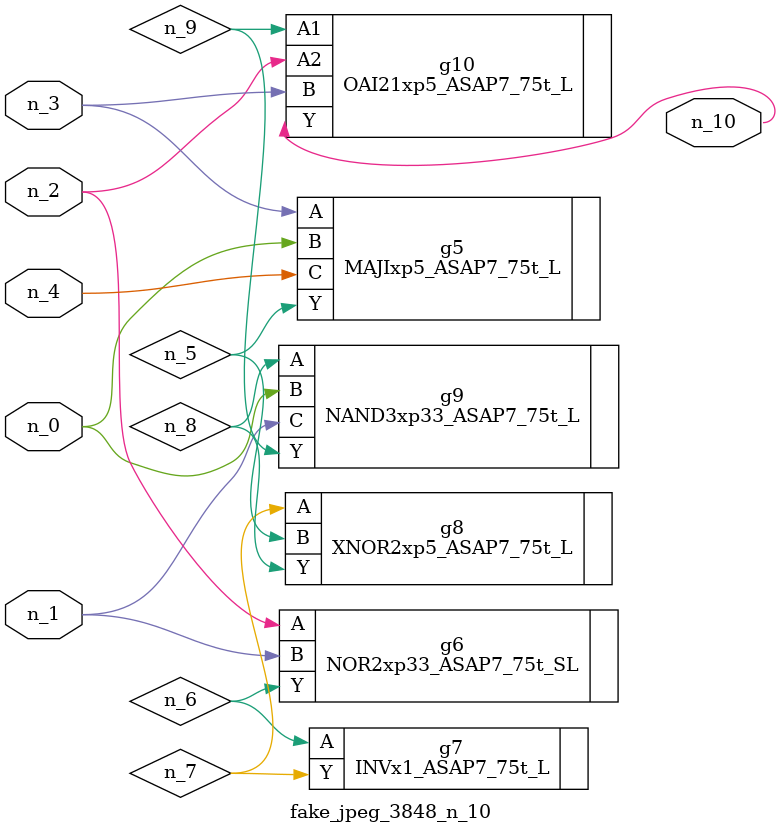
<source format=v>
module fake_jpeg_3848_n_10 (n_3, n_2, n_1, n_0, n_4, n_10);

input n_3;
input n_2;
input n_1;
input n_0;
input n_4;

output n_10;

wire n_8;
wire n_9;
wire n_6;
wire n_5;
wire n_7;

MAJIxp5_ASAP7_75t_L g5 ( 
.A(n_3),
.B(n_0),
.C(n_4),
.Y(n_5)
);

NOR2xp33_ASAP7_75t_SL g6 ( 
.A(n_2),
.B(n_1),
.Y(n_6)
);

INVx1_ASAP7_75t_L g7 ( 
.A(n_6),
.Y(n_7)
);

XNOR2xp5_ASAP7_75t_L g8 ( 
.A(n_7),
.B(n_5),
.Y(n_8)
);

NAND3xp33_ASAP7_75t_L g9 ( 
.A(n_8),
.B(n_0),
.C(n_1),
.Y(n_9)
);

OAI21xp5_ASAP7_75t_L g10 ( 
.A1(n_9),
.A2(n_2),
.B(n_3),
.Y(n_10)
);


endmodule
</source>
